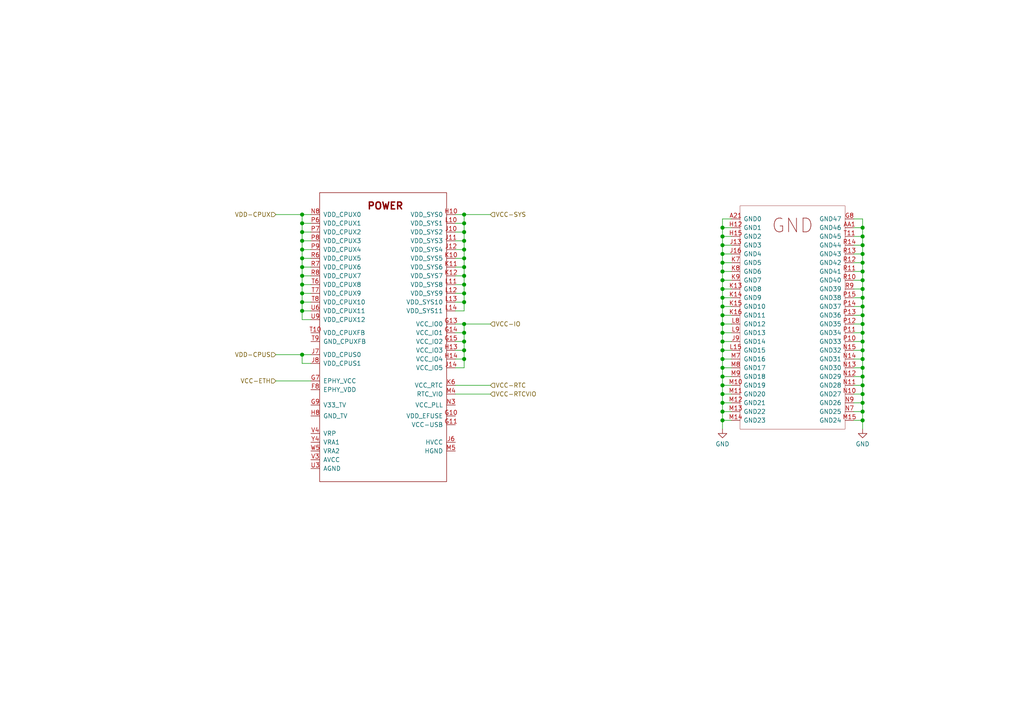
<source format=kicad_sch>
(kicad_sch (version 20210406) (generator eeschema)
  (paper "A4")
  (lib_symbols
    (symbol "h3:h3" (pin_names (offset 1.016))
      (symbol "h3_1_0"
        (rectangle (start -19.05 77.47) (end 16.51 -62.23))
      )
      (symbol "h3_1_1"
        (text "DRAM" (at 0 71.12 0) (effects (font (size 2.9972 2.9972) bold)))
        (pin input line (at -21.59 10.16 0) (length 2.54) (name "SDQ25") (number "AA11"))
        (pin input line (at -21.59 -41.91 0) (length 2.54) (name "SDQM3") (number "AA12"))
        (pin input line (at -21.59 20.32 0) (length 2.54) (name "SDQ21") (number "AA14"))
        (pin input line (at -21.59 -20.32 0) (length 2.54) (name "SDQS2") (number "AA15"))
        (pin input line (at -21.59 30.48 0) (length 2.54) (name "SDQ17") (number "AA17"))
        (pin input line (at -21.59 -39.37 0) (length 2.54) (name "SDQM2") (number "AA18"))
        (pin input line (at 19.05 -20.32 180) (length 2.54) (name "SCK") (number "AA19"))
        (pin input line (at 19.05 -22.86 180) (length 2.54) (name "SCKB") (number "AA20"))
        (pin input line (at 19.05 5.08 180) (length 2.54) (name "SCKE0") (number "AA21"))
        (pin input line (at -21.59 0 0) (length 2.54) (name "SDQ29") (number "AA8"))
        (pin input line (at -21.59 -25.4 0) (length 2.54) (name "SDQS3") (number "AA9"))
        (pin input line (at -21.59 -36.83 0) (length 2.54) (name "SDQM1") (number "G20"))
        (pin input line (at -21.59 50.8 0) (length 2.54) (name "SDQ9") (number "H20"))
        (pin input line (at -21.59 48.26 0) (length 2.54) (name "SDQ10") (number "H21"))
        (pin input line (at -21.59 53.34 0) (length 2.54) (name "SDQ8") (number "J19"))
        (pin input line (at -21.59 -17.78 0) (length 2.54) (name "SDQS1B") (number "J20"))
        (pin input line (at -21.59 45.72 0) (length 2.54) (name "SDQ11") (number "J21"))
        (pin input line (at -21.59 -15.24 0) (length 2.54) (name "SDQS1") (number "K20"))
        (pin input line (at 19.05 -33.02 180) (length 2.54) (name "VCC-DRAM0") (number "L16"))
        (pin input line (at -21.59 43.18 0) (length 2.54) (name "SDQ12") (number "L20"))
        (pin input line (at -21.59 40.64 0) (length 2.54) (name "SDQ13") (number "L21"))
        (pin input line (at 19.05 -35.56 180) (length 2.54) (name "VCC-DRAM1") (number "M16"))
        (pin input line (at -21.59 35.56 0) (length 2.54) (name "SDQ15") (number "M19"))
        (pin input line (at -21.59 -34.29 0) (length 2.54) (name "SDQM0") (number "M20"))
        (pin input line (at -21.59 38.1 0) (length 2.54) (name "SDQ14") (number "M21"))
        (pin input line (at 19.05 -38.1 180) (length 2.54) (name "VCC-DRAM2") (number "N16"))
        (pin input line (at 19.05 38.1 180) (length 2.54) (name "SA14") (number "N17"))
        (pin input line (at 19.05 45.72 180) (length 2.54) (name "SA11") (number "N19"))
        (pin input line (at -21.59 73.66 0) (length 2.54) (name "SDQ0") (number "N20"))
        (pin input line (at 19.05 -40.64 180) (length 2.54) (name "VCC-DRAM3") (number "P16"))
        (pin input line (at 19.05 -43.18 180) (length 2.54) (name "VCC-DRAM4") (number "P17"))
        (pin input line (at 19.05 48.26 180) (length 2.54) (name "SA10") (number "P19"))
        (pin input line (at -21.59 68.58 0) (length 2.54) (name "SDQ2") (number "P20"))
        (pin input line (at -21.59 71.12 0) (length 2.54) (name "SDQ1") (number "P21"))
        (pin input line (at 19.05 -45.72 180) (length 2.54) (name "VCC-DRAM5") (number "R16"))
        (pin input line (at 19.05 35.56 180) (length 2.54) (name "SA15") (number "R17"))
        (pin input line (at 19.05 43.18 180) (length 2.54) (name "SA12") (number "R18"))
        (pin input line (at -21.59 63.5 0) (length 2.54) (name "SDQ4") (number "R19"))
        (pin input line (at -21.59 -10.16 0) (length 2.54) (name "SDQS0") (number "R20"))
        (pin input line (at -21.59 -12.7 0) (length 2.54) (name "SDQS0B") (number "R21"))
        (pin input line (at 19.05 -48.26 180) (length 2.54) (name "VCC-DRAM6") (number "T12"))
        (pin input line (at 19.05 -50.8 180) (length 2.54) (name "VCC-DRAM7") (number "T13"))
        (pin input line (at 19.05 -53.34 180) (length 2.54) (name "VCC-DRAM8") (number "T14"))
        (pin input line (at 19.05 -55.88 180) (length 2.54) (name "VCC-DRAM9") (number "T15"))
        (pin input line (at 19.05 -27.94 180) (length 2.54) (name "SVREF") (number "T16"))
        (pin input line (at 19.05 73.66 180) (length 2.54) (name "SA0") (number "T17"))
        (pin input line (at 19.05 26.67 180) (length 2.54) (name "SBA1") (number "T18"))
        (pin input line (at -21.59 60.96 0) (length 2.54) (name "SDQ5") (number "T20"))
        (pin input line (at 19.05 -58.42 180) (length 2.54) (name "VCC-DRAM10") (number "U11"))
        (pin input line (at 19.05 15.24 180) (length 2.54) (name "SCAS") (number "U15"))
        (pin input line (at 19.05 10.16 180) (length 2.54) (name "SRST") (number "U16"))
        (pin input line (at 19.05 71.12 180) (length 2.54) (name "SA1") (number "U18"))
        (pin input line (at -21.59 58.42 0) (length 2.54) (name "SDQ6") (number "U19"))
        (pin input line (at -21.59 55.88 0) (length 2.54) (name "SDQ7") (number "U20"))
        (pin input line (at -21.59 66.04 0) (length 2.54) (name "SDQ3") (number "U21"))
        (pin input line (at -21.59 -48.26 0) (length 2.54) (name "SZQ") (number "V10"))
        (pin input line (at 19.05 -13.97 180) (length 2.54) (name "SODT1") (number "V11"))
        (pin input line (at 19.05 40.64 180) (length 2.54) (name "SA13") (number "V12"))
        (pin input line (at 19.05 17.78 180) (length 2.54) (name "SRAS") (number "V13"))
        (pin input line (at 19.05 55.88 180) (length 2.54) (name "SA7") (number "V15"))
        (pin input line (at 19.05 24.13 180) (length 2.54) (name "SBA2") (number "V17"))
        (pin input line (at 19.05 68.58 180) (length 2.54) (name "SA2") (number "V19"))
        (pin input line (at 19.05 66.04 180) (length 2.54) (name "SA3") (number "V20"))
        (pin input line (at 19.05 63.5 180) (length 2.54) (name "SA4") (number "V21"))
        (pin input line (at 19.05 -11.43 180) (length 2.54) (name "SODT0") (number "W11"))
        (pin input line (at -21.59 12.7 0) (length 2.54) (name "SDQ24") (number "W12"))
        (pin input line (at 19.05 12.7 180) (length 2.54) (name "SWE") (number "W13"))
        (pin input line (at -21.59 25.4 0) (length 2.54) (name "SDQ19") (number "W15"))
        (pin input line (at 19.05 29.21 180) (length 2.54) (name "SBA0") (number "W17"))
        (pin input line (at 19.05 53.34 180) (length 2.54) (name "SA8") (number "W18"))
        (pin input line (at 19.05 -2.54 180) (length 2.54) (name "SCS0") (number "W20"))
        (pin input line (at 19.05 -5.08 180) (length 2.54) (name "SCS1") (number "W21"))
        (pin input line (at -21.59 2.54 0) (length 2.54) (name "SDQ28") (number "W9"))
        (pin input line (at -21.59 5.08 0) (length 2.54) (name "SDQ27") (number "Y10"))
        (pin input line (at -21.59 7.62 0) (length 2.54) (name "SDQ26") (number "Y11"))
        (pin input line (at -21.59 15.24 0) (length 2.54) (name "SDQ23") (number "Y12"))
        (pin input line (at -21.59 17.78 0) (length 2.54) (name "SDQ22") (number "Y13"))
        (pin input line (at -21.59 22.86 0) (length 2.54) (name "SDQ20") (number "Y14"))
        (pin input line (at -21.59 -22.86 0) (length 2.54) (name "SDQS2B") (number "Y15"))
        (pin input line (at -21.59 27.94 0) (length 2.54) (name "SDQ18") (number "Y16"))
        (pin input line (at -21.59 33.02 0) (length 2.54) (name "SDQ16") (number "Y17"))
        (pin input line (at 19.05 50.8 180) (length 2.54) (name "SA9") (number "Y18"))
        (pin input line (at 19.05 60.96 180) (length 2.54) (name "SA5") (number "Y19"))
        (pin input line (at 19.05 58.42 180) (length 2.54) (name "SA6") (number "Y20"))
        (pin input line (at 19.05 2.54 180) (length 2.54) (name "SCKE1") (number "Y21"))
        (pin input line (at -21.59 -5.08 0) (length 2.54) (name "SDQ31") (number "Y7"))
        (pin input line (at -21.59 -2.54 0) (length 2.54) (name "SDQ30") (number "Y8"))
        (pin input line (at -21.59 -27.94 0) (length 2.54) (name "SDQS3B") (number "Y9"))
      )
      (symbol "h3_2_1"
        (text "GPIO" (at 0 71.12 0) (effects (font (size 4 4) bold)))
        (rectangle (start -50.8 80.01) (end 49.53 -72.39) (stroke (width 0.0006)))
        (polyline (pts (xy -8.255 19.685) (xy -8.255 -25.4) (xy -50.165 -25.4)) (stroke (width 0.0006)))
        (polyline (pts (xy -50.8 77.47) (xy -8.255 77.47) (xy -8.255 19.685) (xy -50.8 19.685)) (stroke (width 0.0006)))
        (polyline (pts (xy -8.255 -25.4) (xy -1.27 -25.4) (xy -1.27 -71.755) (xy -1.27 -72.39)) (stroke (width 0.0006)))
        (polyline (pts (xy 49.53 -36.83) (xy 16.51 -36.83) (xy 16.51 -71.12) (xy 49.53 -71.12)) (stroke (width 0.0006)))
        (polyline (pts (xy 49.53 5.715) (xy 16.51 5.715) (xy 16.51 -31.75) (xy 49.53 -31.75)) (stroke (width 0.0006)))
        (polyline (pts (xy 49.53 29.21) (xy 16.51 29.21) (xy 16.51 8.89) (xy 49.53 8.89)) (stroke (width 0.0006)))
        (polyline (pts (xy 49.53 78.105) (xy 16.51 78.105) (xy 16.51 35.56) (xy 49.53 35.56)) (stroke (width 0.0006)))
        (pin input line (at 52.07 72.39 180) (length 2.54) (name "PE1/CSI_MCLK/TS_ERR") (number "A10"))
        (pin input line (at 52.07 46.99 180) (length 2.54) (name "PE11/CSI_D7/TS_D7") (number "A11"))
        (pin input line (at -53.34 24.13 0) (length 2.54) (name "PA20/PCM0_DOUT/SIM_VPPEN/PA_EINT20") (number "A13"))
        (pin input line (at -53.34 21.59 0) (length 2.54) (name "PA21/PCM0_DIN/SIM_VPPPP/PA_EINT21") (number "A14"))
        (pin input line (at -53.34 0 0) (length 2.54) (name "PC7/NAND_RB1") (number "A16"))
        (pin input line (at -53.34 5.08 0) (length 2.54) (name "PC5/NAND_RE/SDC2_CLK") (number "A17"))
        (pin input line (at 52.07 23.495 180) (length 2.54) (name "PF1/SDC0_D0/JTAG_DI0") (number "A19"))
        (pin input line (at -53.34 -38.1 0) (length 2.54) (name "PD4/RGMII_RXCK/MII_RXCK/RMII_NULL") (number "A20"))
        (pin input line (at 52.07 -29.21 180) (length 2.54) (name "PG13/PCM1_DIN/PG_EINT13") (number "B1"))
        (pin input line (at 52.07 74.93 180) (length 2.54) (name "PE0/CSI_PCLK/TS_CLK") (number "B10"))
        (pin input line (at 52.07 69.85 180) (length 2.54) (name "PE2/CSI_HSYNC/TS_SYNC") (number "B11"))
        (pin input line (at 52.07 44.45 180) (length 2.54) (name "PE12/CSI_SCK/TWI2_SCK") (number "B12"))
        (pin input line (at -53.34 29.21 0) (length 2.54) (name "PA18/PCM0_SYNC/TWI1_SCK/PA_EINT18") (number "B13"))
        (pin input line (at -53.34 26.67 0) (length 2.54) (name "PA19/PCM0_CLK/TWI1_SDA/PA_EINT19") (number "B14"))
        (pin input line (at -53.34 10.16 0) (length 2.54) (name "PC3/NAND_CE1/SPI0_CS\n") (number "B15"))
        (pin input line (at -53.34 12.7 0) (length 2.54) (name "PC2/NAND_CLE/SPI0_CLK") (number "B16"))
        (pin input line (at -53.34 -12.7 0) (length 2.54) (name "PC12/NAND_DQ4/SDC2_D4") (number "B17"))
        (pin input line (at -53.34 -2.54 0) (length 2.54) (name "PC8/NAND_DQ0/SDC2_D0") (number "B18"))
        (pin input line (at -53.34 -15.24 0) (length 2.54) (name "PC13/NAND_DQ5/SDC2_D5") (number "B19"))
        (pin input line (at -53.34 -33.02 0) (length 2.54) (name "PD2/RGMII_RXD1/MII_RXD1/RMII_RXD1") (number "B20"))
        (pin input line (at -53.34 -43.18 0) (length 2.54) (name "PD6/RGMII_NULL/MII_RXERR/RMII_RXER") (number "B21"))
        (pin input line (at 52.07 -8.89 180) (length 2.54) (name "PG5/SDC1_D3/PG_EINT5") (number "C1"))
        (pin input line (at 52.07 67.31 180) (length 2.54) (name "PE3/CSI_VSYNC/TS_DVLD") (number "C10"))
        (pin input line (at 52.07 54.61 180) (length 2.54) (name "PE8/CSI_D4/TS_D4") (number "C11"))
        (pin input line (at 52.07 52.07 180) (length 2.54) (name "PE9/CSI_D5/TS_D5") (number "C12"))
        (pin input line (at -53.34 44.45 0) (length 2.54) (name "PA12/TWI0_SDA/DI_RX/PA_EINT12") (number "C13"))
        (pin input line (at -53.34 31.75 0) (length 2.54) (name "PA17/SPDIF_OUT/PA_EINT17") (number "C14"))
        (pin input line (at -53.34 17.78 0) (length 2.54) (name "PC0/NAND_WE/SPI0_MOSI") (number "C15"))
        (pin input line (at -53.34 15.24 0) (length 2.54) (name "PC1/NAND_ALE/SPI0_MISO") (number "C16"))
        (pin input line (at -53.34 -5.08 0) (length 2.54) (name "PC9/NAND_DQ1/SDC2_D1") (number "C17"))
        (pin input line (at -53.34 -10.16 0) (length 2.54) (name "PC11/NAND_DQ3/SDC2_D3") (number "C18"))
        (pin input line (at -53.34 -20.32 0) (length 2.54) (name "PC15/NAND_DQ7/SDC2_D7") (number "C19"))
        (pin input line (at 52.07 -6.35 180) (length 2.54) (name "PG4/SDC1_D2/PG_EINT4") (number "C2"))
        (pin input line (at 52.07 13.335 180) (length 2.54) (name "PF5/SDC0_D2/JTAG_CK0") (number "C20"))
        (pin input line (at -53.34 -27.94 0) (length 2.54) (name "PD0/RGMII_RXD3/MII_RXD3/RMII_NULL/DI_TX") (number "C21"))
        (pin input line (at 52.07 -16.51 180) (length 2.54) (name "PG8/UART1_RTS/PG_EINT8") (number "C3"))
        (pin input line (at 52.07 36.83 180) (length 2.54) (name "PE15") (number "C5"))
        (pin input line (at 52.07 39.37 180) (length 2.54) (name "PE14") (number "C6"))
        (pin input line (at 52.07 41.91 180) (length 2.54) (name "PE13/CSI_SDA/TWI2_SDA") (number "C7"))
        (pin input line (at 52.07 57.15 180) (length 2.54) (name "PE7/CSI_D3/TS_D3") (number "C8"))
        (pin input line (at 52.07 64.77 180) (length 2.54) (name "PE4/CSI_D0/TS_D0") (number "C9"))
        (pin input line (at 52.07 -26.67 180) (length 2.54) (name "PG12/PCM1_DOUTPG_EINT12") (number "D1"))
        (pin input line (at 52.07 59.69 180) (length 2.54) (name "PE6/CSI_D2/TS_D2") (number "D10"))
        (pin input line (at -53.34 74.93 0) (length 2.54) (name "PA0/UART2_TX/JTAG_MS0/PA_EINT0") (number "D11"))
        (pin input line (at -53.34 52.07 0) (length 2.54) (name "PA9/SIM_RST/PA_EINT9") (number "D13"))
        (pin input line (at -53.34 34.29 0) (length 2.54) (name "PA16/SPI1_MISO/UART3_CTS/PA_EINT16") (number "D15"))
        (pin input line (at -53.34 -7.62 0) (length 2.54) (name "PC10/NAND_DQ2/SDC2_D2_") (number "D17"))
        (pin input line (at 52.07 26.035 180) (length 2.54) (name "PF0/SDC0_D1/JTAG_MS0") (number "D19"))
        (pin input line (at 52.07 -24.13 180) (length 2.54) (name "PG11/PCM1_CLK/PG_EINT11") (number "D2"))
        (pin input line (at 52.07 20.955 180) (length 2.54) (name "PF2/SDC0_CLK/UART0_TX") (number "D20"))
        (pin input line (at 52.07 -13.97 180) (length 2.54) (name "PG7/UART1_RX/PG_EINT7") (number "D3"))
        (pin input line (at -53.34 72.39 0) (length 2.54) (name "PA1/UART2_RX/JTAG_CK0/PA_EINT1") (number "D5"))
        (pin input line (at -53.34 69.85 0) (length 2.54) (name "PA2/UART2_RTS/JTAG_DO0/PA_EINT2") (number "D6"))
        (pin input line (at -53.34 57.15 0) (length 2.54) (name "PA7/SIM_CLK/PA_EINT7") (number "D8"))
        (pin input line (at 52.07 62.23 180) (length 2.54) (name "PE5/CSI_D1/TS_D1") (number "E10"))
        (pin input line (at -53.34 49.53 0) (length 2.54) (name "PA10/SIM_DET/PA_EINT10") (number "E11"))
        (pin input line (at -53.34 67.31 0) (length 2.54) (name "PA3/UART2_CTS/JTAG_DI0/PA_EINT3") (number "E13"))
        (pin input line (at -53.34 59.69 0) (length 2.54) (name "PA6/SIM_PWREN/PWM1/PA_EINT6") (number "E14"))
        (pin input line (at -53.34 41.91 0) (length 2.54) (name "PA13/SPI1_CS/UART3_TX/PA_EINT13") (number "E15"))
        (pin input line (at -53.34 2.54 0) (length 2.54) (name "PC6/NAND_RB0/SDC2_CMD") (number "E16"))
        (pin input line (at -53.34 -45.72 0) (length 2.54) (name "PD7/RGMII_TXD3/MII_TXD3/RMII_NULL") (number "E18"))
        (pin input line (at -53.34 -58.42 0) (length 2.54) (name "PD12/RGMII_TXCK/MII_TXCK/RMII_TXCK") (number "E19"))
        (pin input line (at -53.34 -48.26 0) (length 2.54) (name "PD8/RGMII_TXD2/MII_TXD2/RMII_NULL") (number "E20"))
        (pin input line (at 52.07 15.875 180) (length 2.54) (name "PF4/SDC0_D3/UART0_RX") (number "E21"))
        (pin input line (at 52.07 -19.05 180) (length 2.54) (name "PG9/UART1_CTS/PG_EINT9\n") (number "E3"))
        (pin input line (at 52.07 49.53 180) (length 2.54) (name "PE10/CSI_D6/TS_D6") (number "E8"))
        (pin input line (at -53.34 46.99 0) (length 2.54) (name "PA11/TWI0_SCK/DI_TX/PA_EINT11") (number "F11"))
        (pin input line (at -53.34 54.61 0) (length 2.54) (name "PA8/SIM_DATA/PA_EINT8") (number "F13"))
        (pin input line (at -53.34 36.83 0) (length 2.54) (name "PA15/SPI1_MOSI/UART3_RTS/PA_EINT15") (number "F14"))
        (pin input line (at -53.34 7.62 0) (length 2.54) (name "PC4/NAND_CE0") (number "F16"))
        (pin input line (at -53.34 -17.78 0) (length 2.54) (name "PC14/NAND_DQ6/SDC2_D6") (number "F17"))
        (pin input line (at 52.07 18.415 180) (length 2.54) (name "PF3/SDC0_CMD/JTAG_DO0") (number "F18"))
        (pin input line (at -53.34 -40.64 0) (length 2.54) (name "PD5/RGMII_RXCTL/MII_RXDV/RMII_CRS_D") (number "F19"))
        (pin input line (at -53.34 -55.88 0) (length 2.54) (name "PD11/RGMII_NULL/MII_CRS/RMII_NULL") (number "F20"))
        (pin input line (at -53.34 -50.8 0) (length 2.54) (name "PD9/RGMII_TXD1/MII_TXD1/RMII_TXD1") (number "F21"))
        (pin input line (at 52.07 -3.81 180) (length 2.54) (name "PG3/SDC1_D1/PG_EINT3") (number "F3"))
        (pin input line (at -53.34 64.77 0) (length 2.54) (name "PA4/UART0_TX/PA_EINT4") (number "F5"))
        (pin input line (at -53.34 39.37 0) (length 2.54) (name "PA14/SPI1_CLK/UART3_RX/PA_EINT14") (number "G12"))
        (pin input line (at 52.07 10.795 180) (length 2.54) (name "PF6") (number "G18"))
        (pin input line (at 52.07 -11.43 180) (length 2.54) (name "PG6/UART1_TX/PG_EINT6") (number "G4"))
        (pin input line (at -53.34 -22.86 0) (length 2.54) (name "PC16/NAND_DQS/SDC2_RST") (number "H16"))
        (pin input line (at -53.34 -30.48 0) (length 2.54) (name "PD1/RGMII_RXD2/MII_RXD2/RMII_NULL/DI_RX\n") (number "H17"))
        (pin input line (at -53.34 -35.56 0) (length 2.54) (name "PD3/RGMII_RXD0/MII_RXD0/RMII_RXD0") (number "H18"))
        (pin input line (at -53.34 -53.34 0) (length 2.54) (name "PD10/RGMII_TXD0/MII_TXD0/RMII_TXD0") (number "H19"))
        (pin input line (at 52.07 -1.27 180) (length 2.54) (name "PG2/SDC1_D0/PG_EINT2") (number "H4"))
        (pin input line (at -53.34 62.23 0) (length 2.54) (name "PA5/UART0_RX/PWM0/PA_EINT5") (number "H6"))
        (pin input line (at 52.07 3.81 180) (length 2.54) (name "PG0/SDC1_CLK/PG_EINT0") (number "J3"))
        (pin input line (at -53.34 -60.96 0) (length 2.54) (name "PD13/RGMII_TXCTL/MII_TXEN/RMII_TXEN") (number "K17"))
        (pin input line (at -53.34 -66.04 0) (length 2.54) (name "PD15/RGMII_CLKIN/MII_COL/RMII_NULL") (number "K18"))
        (pin input line (at -53.34 -63.5 0) (length 2.54) (name "PD14/RGMII_NULL/MII_TXERR/RMII_NULL") (number "L17"))
        (pin input line (at -53.34 -68.58 0) (length 2.54) (name "PD16/MDC") (number "L18"))
        (pin input line (at -53.34 -71.12 0) (length 2.54) (name "PD17/MDIO") (number "L19"))
        (pin input line (at 52.07 1.27 180) (length 2.54) (name "PG1/SDC1_CMD/PG_EINT1") (number "L2"))
        (pin input line (at 52.07 -43.18 180) (length 2.54) (name "PL1/S_TWI_SDA/S_PL_EINT1") (number "M1"))
        (pin input line (at 52.07 -21.59 180) (length 2.54) (name "PG10/PCM1_SYNC/PG_EINT10") (number "M3"))
        (pin input line (at 52.07 -63.5 180) (length 2.54) (name "PL9/S_PL_EINT9") (number "M6"))
        (pin input line (at 52.07 -40.64 180) (length 2.54) (name "PL0/S_TWI_SCK/S_PL_EINT0") (number "N1"))
        (pin input line (at 52.07 -50.8 180) (length 2.54) (name "PL4/S_JTAG_MS/S_PL_EINT4") (number "N2"))
        (pin input line (at 52.07 -45.72 180) (length 2.54) (name "PL2/S_UART_TX/S_PL_EINT2") (number "P2"))
        (pin input line (at 52.07 -48.26 180) (length 2.54) (name "PL3/S_UART_RX/S_PL_EINT3") (number "R1"))
        (pin input line (at 52.07 -53.34 180) (length 2.54) (name "PL5/S_JTAG_CK/S_PL_EINT5") (number "R2"))
        (pin input line (at 52.07 -60.96 180) (length 2.54) (name "PL8/S_PL_EINT8") (number "T2"))
        (pin input line (at 52.07 -58.42 180) (length 2.54) (name "PL7/S_JTAG_DI/S_PL_EINT7") (number "T3"))
        (pin input line (at 52.07 -55.88 180) (length 2.54) (name "PL6/S_JTAG_DO/S_PL_EINT6") (number "T4"))
        (pin input line (at 52.07 -68.58 180) (length 2.54) (name "PL11/S_CIR_RX/S_PL_EINT11") (number "U2"))
        (pin input line (at 52.07 -66.04 180) (length 2.54) (name "PL10/S_PWM/S_PL_EINT10") (number "V2"))
      )
      (symbol "h3_3_1"
        (text "media" (at 0 26.67 0) (effects (font (size 2 2))))
        (rectangle (start -15.24 30.48) (end 15.24 -21.59) (stroke (width 0.1524)))
        (pin input line (at -17.78 -5.08 0) (length 2.54) (name "EPHY_LINK_LED") (number "A2"))
        (pin input line (at -17.78 -10.16 0) (length 2.54) (name "EPHY_TXN") (number "A3"))
        (pin input line (at -17.78 -15.24 0) (length 2.54) (name "EPHY_RXN") (number "A4"))
        (pin input line (at -17.78 12.7 0) (length 2.54) (name "MICIN2N") (number "AA2"))
        (pin input line (at -17.78 7.62 0) (length 2.54) (name "LINEOUTL") (number "AA3"))
        (pin input line (at -17.78 -12.7 0) (length 2.54) (name "EPHY_TXP") (number "B3"))
        (pin input line (at -17.78 -17.78 0) (length 2.54) (name "EPHY_RXP") (number "B4"))
        (pin input line (at 17.78 5.08 180) (length 2.54) (name "HTXCN\n") (number "E2"))
        (pin input line (at 17.78 20.32 180) (length 2.54) (name "HTX0N") (number "F1"))
        (pin input line (at 17.78 -17.78 180) (length 2.54) (name "TVOUT") (number "F10"))
        (pin input line (at 17.78 7.62 180) (length 2.54) (name "HTXCP") (number "F2"))
        (pin input line (at -17.78 -7.62 0) (length 2.54) (name "EPHY_RTX") (number "F6"))
        (pin input line (at -17.78 -2.54 0) (length 2.54) (name "EPHY_SPD_LED") (number "F7"))
        (pin input line (at 17.78 22.86 180) (length 2.54) (name "HTX0P") (number "G1"))
        (pin input line (at 17.78 15.24 180) (length 2.54) (name "HTX1N") (number "G2"))
        (pin input line (at 17.78 0 180) (length 2.54) (name "HCEC") (number "G5"))
        (pin input line (at 17.78 17.78 180) (length 2.54) (name "HTX1P") (number "H2"))
        (pin input line (at 17.78 -5.08 180) (length 2.54) (name "HSCL") (number "H3"))
        (pin input line (at 17.78 12.7 180) (length 2.54) (name "HTX2P") (number "J1"))
        (pin input line (at 17.78 10.16 180) (length 2.54) (name "HTX2N") (number "J2"))
        (pin input line (at 17.78 -2.54 180) (length 2.54) (name "HSDA") (number "K3"))
        (pin input line (at 17.78 2.54 180) (length 2.54) (name "HHPD") (number "M2"))
        (pin input line (at -17.78 5.08 0) (length 2.54) (name "LINEINL") (number "V1"))
        (pin input line (at -17.78 2.54 0) (length 2.54) (name "LINEINR") (number "W1"))
        (pin input line (at -17.78 20.32 0) (length 2.54) (name "MICIN1P") (number "W2"))
        (pin input line (at -17.78 22.86 0) (length 2.54) (name "MBIAS") (number "W3"))
        (pin input line (at -17.78 17.78 0) (length 2.54) (name "MICIN1N") (number "Y1"))
        (pin input line (at -17.78 15.24 0) (length 2.54) (name "MICIN2P") (number "Y2"))
        (pin input line (at -17.78 10.16 0) (length 2.54) (name "LINEOUTR") (number "Y3"))
      )
      (symbol "h3_4_1"
        (text "POWER" (at 0 33.02 0) (effects (font (size 2 2) bold)))
        (rectangle (start -19.05 36.83) (end 17.78 -46.99) (stroke (width 0.1524)))
        (pin input line (at -21.59 -20.32 0) (length 2.54) (name "EPHY_VDD") (number "F8"))
        (pin input line (at 20.32 -27.94 180) (length 2.54) (name "VDD_EFUSE") (number "G10"))
        (pin input line (at 20.32 -30.48 180) (length 2.54) (name "VCC-USB") (number "G11"))
        (pin input line (at 20.32 -1.27 180) (length 2.54) (name "VCC_IO0") (number "G13"))
        (pin input line (at 20.32 -3.81 180) (length 2.54) (name "VCC_IO1") (number "G14"))
        (pin input line (at 20.32 -6.35 180) (length 2.54) (name "VCC_IO2") (number "G15"))
        (pin input line (at -21.59 -17.78 0) (length 2.54) (name "EPHY_VCC") (number "G7"))
        (pin input line (at -21.59 -24.765 0) (length 2.54) (name "V33_TV") (number "G9"))
        (pin input line (at 20.32 30.48 180) (length 2.54) (name "VDD_SYS0") (number "H10"))
        (pin input line (at 20.32 -8.89 180) (length 2.54) (name "VCC_IO3") (number "H13"))
        (pin input line (at 20.32 -11.43 180) (length 2.54) (name "VCC_IO4") (number "H14"))
        (pin input line (at -21.59 -27.94 0) (length 2.54) (name "GND_TV") (number "H8"))
        (pin input line (at 20.32 25.4 180) (length 2.54) (name "VDD_SYS2") (number "J10"))
        (pin input line (at 20.32 22.86 180) (length 2.54) (name "VDD_SYS3") (number "J11"))
        (pin input line (at 20.32 20.32 180) (length 2.54) (name "VDD_SYS4") (number "J12"))
        (pin input line (at 20.32 -13.97 180) (length 2.54) (name "VCC_IO5") (number "J14"))
        (pin input line (at 20.32 -35.56 180) (length 2.54) (name "HVCC") (number "J6"))
        (pin input line (at -21.59 -10.16 0) (length 2.54) (name "VDD_CPUS0") (number "J7"))
        (pin input line (at -21.59 -12.7 0) (length 2.54) (name "VDD_CPUS1") (number "J8"))
        (pin input line (at 20.32 17.78 180) (length 2.54) (name "VDD_SYS5") (number "K10"))
        (pin input line (at 20.32 15.24 180) (length 2.54) (name "VDD_SYS6") (number "K11"))
        (pin input line (at 20.32 12.7 180) (length 2.54) (name "VDD_SYS7") (number "K12"))
        (pin input line (at 20.32 -19.05 180) (length 2.54) (name "VCC_RTC") (number "K6"))
        (pin input line (at 20.32 27.94 180) (length 2.54) (name "VDD_SYS1") (number "L10"))
        (pin input line (at 20.32 10.16 180) (length 2.54) (name "VDD_SYS8") (number "L11"))
        (pin input line (at 20.32 7.62 180) (length 2.54) (name "VDD_SYS9") (number "L12"))
        (pin input line (at 20.32 5.08 180) (length 2.54) (name "VDD_SYS10") (number "L13"))
        (pin input line (at 20.32 2.54 180) (length 2.54) (name "VDD_SYS11") (number "L14"))
        (pin input line (at 20.32 -21.59 180) (length 2.54) (name "RTC_VIO") (number "M4"))
        (pin input line (at 20.32 -38.1 180) (length 2.54) (name "HGND") (number "M5"))
        (pin input line (at 20.32 -24.765 180) (length 2.54) (name "VCC_PLL") (number "N3"))
        (pin input line (at -21.59 30.48 0) (length 2.54) (name "VDD_CPUX0") (number "N8"))
        (pin input line (at -21.59 27.94 0) (length 2.54) (name "VDD_CPUX1") (number "P6"))
        (pin input line (at -21.59 25.4 0) (length 2.54) (name "VDD_CPUX2") (number "P7"))
        (pin input line (at -21.59 22.86 0) (length 2.54) (name "VDD_CPUX3") (number "P8"))
        (pin input line (at -21.59 20.32 0) (length 2.54) (name "VDD_CPUX4") (number "P9"))
        (pin input line (at -21.59 17.78 0) (length 2.54) (name "VDD_CPUX5") (number "R6"))
        (pin input line (at -21.59 15.24 0) (length 2.54) (name "VDD_CPUX6") (number "R7"))
        (pin input line (at -21.59 12.7 0) (length 2.54) (name "VDD_CPUX7") (number "R8"))
        (pin input line (at -21.59 -3.81 0) (length 2.54) (name "VDD_CPUXFB") (number "T10"))
        (pin input line (at -21.59 10.16 0) (length 2.54) (name "VDD_CPUX8") (number "T6"))
        (pin input line (at -21.59 7.62 0) (length 2.54) (name "VDD_CPUX9") (number "T7"))
        (pin input line (at -21.59 5.08 0) (length 2.54) (name "VDD_CPUX10") (number "T8"))
        (pin input line (at -21.59 -6.35 0) (length 2.54) (name "GND_CPUXFB") (number "T9"))
        (pin input line (at -21.59 -43.18 0) (length 2.54) (name "AGND") (number "U3"))
        (pin input line (at -21.59 2.54 0) (length 2.54) (name "VDD_CPUX11") (number "U6"))
        (pin input line (at -21.59 0 0) (length 2.54) (name "VDD_CPUX12") (number "U9"))
        (pin input line (at -21.59 -40.64 0) (length 2.54) (name "AVCC") (number "V3"))
        (pin input line (at -21.59 -33.02 0) (length 2.54) (name "VRP") (number "V4"))
        (pin input line (at -21.59 -38.1 0) (length 2.54) (name "VRA2") (number "W5"))
        (pin input line (at -21.59 -35.56 0) (length 2.54) (name "VRA1") (number "Y4"))
      )
      (symbol "h3_5_1"
        (text "GND" (at 0 27.305 0) (effects (font (size 4 4))))
        (rectangle (start -15.24 33.02) (end 15.24 -31.75) (stroke (width 0.0006)))
        (pin input line (at -17.78 29.21 0) (length 2.54) (name "GND0") (number "A21"))
        (pin input line (at 17.78 26.67 180) (length 2.54) (name "GND46") (number "AA1"))
        (pin input line (at 17.78 29.21 180) (length 2.54) (name "GND47") (number "G8"))
        (pin input line (at -17.78 26.67 0) (length 2.54) (name "GND1") (number "H12"))
        (pin input line (at -17.78 24.13 0) (length 2.54) (name "GND2") (number "H15"))
        (pin input line (at -17.78 21.59 0) (length 2.54) (name "GND3") (number "J13"))
        (pin input line (at -17.78 19.05 0) (length 2.54) (name "GND4") (number "J16"))
        (pin input line (at -17.78 -6.35 0) (length 2.54) (name "GND14") (number "J9"))
        (pin input line (at -17.78 8.89 0) (length 2.54) (name "GND8") (number "K13"))
        (pin input line (at -17.78 6.35 0) (length 2.54) (name "GND9") (number "K14"))
        (pin input line (at -17.78 3.81 0) (length 2.54) (name "GND10") (number "K15"))
        (pin input line (at -17.78 1.27 0) (length 2.54) (name "GND11") (number "K16"))
        (pin input line (at -17.78 16.51 0) (length 2.54) (name "GND5") (number "K7"))
        (pin input line (at -17.78 13.97 0) (length 2.54) (name "GND6") (number "K8"))
        (pin input line (at -17.78 11.43 0) (length 2.54) (name "GND7") (number "K9"))
        (pin input line (at -17.78 -8.89 0) (length 2.54) (name "GND15") (number "L15"))
        (pin input line (at -17.78 -1.27 0) (length 2.54) (name "GND12") (number "L8"))
        (pin input line (at -17.78 -3.81 0) (length 2.54) (name "GND13") (number "L9"))
        (pin input line (at -17.78 -19.05 0) (length 2.54) (name "GND19") (number "M10"))
        (pin input line (at -17.78 -21.59 0) (length 2.54) (name "GND20") (number "M11"))
        (pin input line (at -17.78 -24.13 0) (length 2.54) (name "GND21") (number "M12"))
        (pin input line (at -17.78 -26.67 0) (length 2.54) (name "GND22") (number "M13"))
        (pin input line (at -17.78 -29.21 0) (length 2.54) (name "GND23") (number "M14"))
        (pin input line (at 17.78 -29.21 180) (length 2.54) (name "GND24") (number "M15"))
        (pin input line (at -17.78 -11.43 0) (length 2.54) (name "GND16") (number "M7"))
        (pin input line (at -17.78 -13.97 0) (length 2.54) (name "GND17") (number "M8"))
        (pin input line (at -17.78 -16.51 0) (length 2.54) (name "GND18") (number "M9"))
        (pin input line (at 17.78 -21.59 180) (length 2.54) (name "GND27") (number "N10"))
        (pin input line (at 17.78 -19.05 180) (length 2.54) (name "GND28") (number "N11"))
        (pin input line (at 17.78 -16.51 180) (length 2.54) (name "GND29") (number "N12"))
        (pin input line (at 17.78 -13.97 180) (length 2.54) (name "GND30") (number "N13"))
        (pin input line (at 17.78 -11.43 180) (length 2.54) (name "GND31") (number "N14"))
        (pin input line (at 17.78 -8.89 180) (length 2.54) (name "GND32") (number "N15"))
        (pin input line (at 17.78 -26.67 180) (length 2.54) (name "GND25") (number "N7"))
        (pin input line (at 17.78 -24.13 180) (length 2.54) (name "GND26") (number "N9"))
        (pin input line (at 17.78 -6.35 180) (length 2.54) (name "GND33") (number "P10"))
        (pin input line (at 17.78 -3.81 180) (length 2.54) (name "GND34") (number "P11"))
        (pin input line (at 17.78 -1.27 180) (length 2.54) (name "GND35") (number "P12"))
        (pin input line (at 17.78 1.27 180) (length 2.54) (name "GND36") (number "P13"))
        (pin input line (at 17.78 3.81 180) (length 2.54) (name "GND37") (number "P14"))
        (pin input line (at 17.78 6.35 180) (length 2.54) (name "GND38") (number "P15"))
        (pin input line (at 17.78 11.43 180) (length 2.54) (name "GND40") (number "R10"))
        (pin input line (at 17.78 13.97 180) (length 2.54) (name "GND41") (number "R11"))
        (pin input line (at 17.78 16.51 180) (length 2.54) (name "GND42") (number "R12"))
        (pin input line (at 17.78 19.05 180) (length 2.54) (name "GND43") (number "R13"))
        (pin input line (at 17.78 21.59 180) (length 2.54) (name "GND44") (number "R14"))
        (pin input line (at 17.78 8.89 180) (length 2.54) (name "GND39") (number "R9"))
        (pin input line (at 17.78 24.13 180) (length 2.54) (name "GND45") (number "T11"))
      )
      (symbol "h3_6_1"
        (text "USB" (at 0 8.89 0) (effects (font (size 2 2) bold)))
        (rectangle (start -11.43 11.43) (end 11.43 -11.43) (stroke (width 0.1524)))
        (pin input line (at -13.97 0 0) (length 2.54) (name "USB0_DP") (number "A5"))
        (pin input line (at 13.97 0 180) (length 2.54) (name "USB2_DP") (number "A7"))
        (pin input line (at 13.97 2.54 180) (length 2.54) (name "USB2_DM") (number "A8"))
        (pin input line (at -13.97 2.54 0) (length 2.54) (name "USB0_DM") (number "B5"))
        (pin input line (at -13.97 -7.62 0) (length 2.54) (name "USB1_DP") (number "B6"))
        (pin input line (at -13.97 -5.08 0) (length 2.54) (name "USB1_DM") (number "B7"))
        (pin input line (at 13.97 -7.62 180) (length 2.54) (name "USB3_DP") (number "B8"))
        (pin input line (at 13.97 -5.08 180) (length 2.54) (name "USB3_DM") (number "B9"))
      )
      (symbol "h3_7_1"
        (text "SYS" (at 0 16.51 0) (effects (font (size 2 2) bold)))
        (rectangle (start -11.43 20.32) (end 11.43 -15.24) (stroke (width 0.1524)))
        (pin input line (at -13.97 11.43 0) (length 2.54) (name "JTAG_SEL0") (number "A1"))
        (pin input line (at 13.97 5.08 180) (length 2.54) (name "KEYADC") (number "AA5"))
        (pin input line (at 13.97 13.97 180) (length 2.54) (name "NMI") (number "AA6"))
        (pin input line (at -13.97 8.89 0) (length 2.54) (name "JTAG_SEL") (number "B2"))
        (pin input line (at -13.97 -2.54 0) (length 2.54) (name "24M_OUT") (number "K1"))
        (pin input line (at -13.97 0 0) (length 2.54) (name "24M_IN") (number "K2"))
        (pin input line (at 13.97 8.89 180) (length 2.54) (name "NC") (number "K4"))
        (pin input line (at -13.97 3.81 0) (length 2.54) (name "PLL_TEST") (number "L5"))
        (pin input line (at -13.97 -11.43 0) (length 2.54) (name "32K_FOUT") (number "P3"))
        (pin input line (at -13.97 6.35 0) (length 2.54) (name "TEST") (number "T5"))
        (pin input line (at -13.97 -8.89 0) (length 2.54) (name "32K_OUT") (number "U4"))
        (pin input line (at -13.97 -6.35 0) (length 2.54) (name "32K_IN") (number "V5"))
        (pin input line (at 13.97 11.43 180) (length 2.54) (name "RESET") (number "V6"))
        (pin input line (at -13.97 13.97 0) (length 2.54) (name "UBOOT") (number "W6"))
      )
    )
    (symbol "power:GND" (power) (pin_names (offset 0))
      (property "Value" "GND" (at 0 -3.81 0))
      (symbol "GND_0_1"
        (polyline (pts (xy 0 0) (xy 0 -1.27) (xy 1.27 -1.27) (xy 0 -2.54) (xy -1.27 -1.27) (xy 0 -1.27)))
      )
      (symbol "GND_1_1"
        (pin power_in line (at 0 0 270) (length 0) hide (name "GND") (number "1"))
      )
    )
  )
  (junction (at 87.63 62.23) (diameter 1.016))
  (junction (at 87.63 64.77) (diameter 1.016))
  (junction (at 87.63 67.31) (diameter 1.016))
  (junction (at 87.63 69.85) (diameter 1.016))
  (junction (at 87.63 72.39) (diameter 1.016))
  (junction (at 87.63 74.93) (diameter 1.016))
  (junction (at 87.63 77.47) (diameter 1.016))
  (junction (at 87.63 80.01) (diameter 1.016))
  (junction (at 87.63 82.55) (diameter 1.016))
  (junction (at 87.63 85.09) (diameter 1.016))
  (junction (at 87.63 87.63) (diameter 1.016))
  (junction (at 87.63 90.17) (diameter 1.016))
  (junction (at 87.63 102.87) (diameter 1.016))
  (junction (at 134.62 62.23) (diameter 1.016))
  (junction (at 134.62 64.77) (diameter 1.016))
  (junction (at 134.62 67.31) (diameter 1.016))
  (junction (at 134.62 69.85) (diameter 1.016))
  (junction (at 134.62 72.39) (diameter 1.016))
  (junction (at 134.62 74.93) (diameter 1.016))
  (junction (at 134.62 77.47) (diameter 1.016))
  (junction (at 134.62 80.01) (diameter 1.016))
  (junction (at 134.62 82.55) (diameter 1.016))
  (junction (at 134.62 85.09) (diameter 1.016))
  (junction (at 134.62 87.63) (diameter 1.016))
  (junction (at 134.62 93.98) (diameter 1.016))
  (junction (at 134.62 96.52) (diameter 1.016))
  (junction (at 134.62 99.06) (diameter 1.016))
  (junction (at 134.62 101.6) (diameter 1.016))
  (junction (at 134.62 104.14) (diameter 1.016))
  (junction (at 209.55 66.04) (diameter 1.016))
  (junction (at 209.55 68.58) (diameter 1.016))
  (junction (at 209.55 71.12) (diameter 1.016))
  (junction (at 209.55 73.66) (diameter 1.016))
  (junction (at 209.55 76.2) (diameter 1.016))
  (junction (at 209.55 78.74) (diameter 1.016))
  (junction (at 209.55 81.28) (diameter 1.016))
  (junction (at 209.55 83.82) (diameter 1.016))
  (junction (at 209.55 86.36) (diameter 1.016))
  (junction (at 209.55 88.9) (diameter 1.016))
  (junction (at 209.55 91.44) (diameter 1.016))
  (junction (at 209.55 93.98) (diameter 1.016))
  (junction (at 209.55 96.52) (diameter 1.016))
  (junction (at 209.55 99.06) (diameter 1.016))
  (junction (at 209.55 101.6) (diameter 1.016))
  (junction (at 209.55 104.14) (diameter 1.016))
  (junction (at 209.55 106.68) (diameter 1.016))
  (junction (at 209.55 109.22) (diameter 1.016))
  (junction (at 209.55 111.76) (diameter 1.016))
  (junction (at 209.55 114.3) (diameter 1.016))
  (junction (at 209.55 116.84) (diameter 1.016))
  (junction (at 209.55 119.38) (diameter 1.016))
  (junction (at 209.55 121.92) (diameter 1.016))
  (junction (at 250.19 66.04) (diameter 1.016))
  (junction (at 250.19 68.58) (diameter 1.016))
  (junction (at 250.19 71.12) (diameter 1.016))
  (junction (at 250.19 73.66) (diameter 1.016))
  (junction (at 250.19 76.2) (diameter 1.016))
  (junction (at 250.19 78.74) (diameter 1.016))
  (junction (at 250.19 81.28) (diameter 1.016))
  (junction (at 250.19 83.82) (diameter 1.016))
  (junction (at 250.19 86.36) (diameter 1.016))
  (junction (at 250.19 88.9) (diameter 1.016))
  (junction (at 250.19 91.44) (diameter 1.016))
  (junction (at 250.19 93.98) (diameter 1.016))
  (junction (at 250.19 96.52) (diameter 1.016))
  (junction (at 250.19 99.06) (diameter 1.016))
  (junction (at 250.19 101.6) (diameter 1.016))
  (junction (at 250.19 104.14) (diameter 1.016))
  (junction (at 250.19 106.68) (diameter 1.016))
  (junction (at 250.19 109.22) (diameter 1.016))
  (junction (at 250.19 111.76) (diameter 1.016))
  (junction (at 250.19 114.3) (diameter 1.016))
  (junction (at 250.19 116.84) (diameter 1.016))
  (junction (at 250.19 119.38) (diameter 1.016))
  (junction (at 250.19 121.92) (diameter 1.016))
  (wire (pts (xy 80.01 62.23) (xy 87.63 62.23)))
  (wire (pts (xy 80.01 102.87) (xy 87.63 102.87)))
  (wire (pts (xy 80.01 110.49) (xy 90.17 110.49)))
  (wire (pts (xy 87.63 62.23) (xy 90.17 62.23)))
  (wire (pts (xy 87.63 64.77) (xy 87.63 62.23)))
  (wire (pts (xy 87.63 67.31) (xy 87.63 64.77)))
  (wire (pts (xy 87.63 69.85) (xy 87.63 67.31)))
  (wire (pts (xy 87.63 72.39) (xy 87.63 69.85)))
  (wire (pts (xy 87.63 74.93) (xy 87.63 72.39)))
  (wire (pts (xy 87.63 77.47) (xy 87.63 74.93)))
  (wire (pts (xy 87.63 80.01) (xy 87.63 77.47)))
  (wire (pts (xy 87.63 82.55) (xy 87.63 80.01)))
  (wire (pts (xy 87.63 85.09) (xy 87.63 82.55)))
  (wire (pts (xy 87.63 87.63) (xy 87.63 85.09)))
  (wire (pts (xy 87.63 90.17) (xy 87.63 87.63)))
  (wire (pts (xy 87.63 92.71) (xy 87.63 90.17)))
  (wire (pts (xy 87.63 102.87) (xy 87.63 105.41)))
  (wire (pts (xy 87.63 102.87) (xy 90.17 102.87)))
  (wire (pts (xy 87.63 105.41) (xy 90.17 105.41)))
  (wire (pts (xy 90.17 64.77) (xy 87.63 64.77)))
  (wire (pts (xy 90.17 67.31) (xy 87.63 67.31)))
  (wire (pts (xy 90.17 69.85) (xy 87.63 69.85)))
  (wire (pts (xy 90.17 72.39) (xy 87.63 72.39)))
  (wire (pts (xy 90.17 74.93) (xy 87.63 74.93)))
  (wire (pts (xy 90.17 77.47) (xy 87.63 77.47)))
  (wire (pts (xy 90.17 80.01) (xy 87.63 80.01)))
  (wire (pts (xy 90.17 82.55) (xy 87.63 82.55)))
  (wire (pts (xy 90.17 85.09) (xy 87.63 85.09)))
  (wire (pts (xy 90.17 87.63) (xy 87.63 87.63)))
  (wire (pts (xy 90.17 90.17) (xy 87.63 90.17)))
  (wire (pts (xy 90.17 92.71) (xy 87.63 92.71)))
  (wire (pts (xy 132.08 64.77) (xy 134.62 64.77)))
  (wire (pts (xy 132.08 67.31) (xy 134.62 67.31)))
  (wire (pts (xy 132.08 69.85) (xy 134.62 69.85)))
  (wire (pts (xy 132.08 72.39) (xy 134.62 72.39)))
  (wire (pts (xy 132.08 74.93) (xy 134.62 74.93)))
  (wire (pts (xy 132.08 77.47) (xy 134.62 77.47)))
  (wire (pts (xy 132.08 80.01) (xy 134.62 80.01)))
  (wire (pts (xy 132.08 82.55) (xy 134.62 82.55)))
  (wire (pts (xy 132.08 85.09) (xy 134.62 85.09)))
  (wire (pts (xy 132.08 87.63) (xy 134.62 87.63)))
  (wire (pts (xy 132.08 90.17) (xy 134.62 90.17)))
  (wire (pts (xy 132.08 96.52) (xy 134.62 96.52)))
  (wire (pts (xy 132.08 99.06) (xy 134.62 99.06)))
  (wire (pts (xy 132.08 101.6) (xy 134.62 101.6)))
  (wire (pts (xy 132.08 104.14) (xy 134.62 104.14)))
  (wire (pts (xy 132.08 111.76) (xy 142.24 111.76)))
  (wire (pts (xy 132.08 114.3) (xy 142.24 114.3)))
  (wire (pts (xy 134.62 62.23) (xy 132.08 62.23)))
  (wire (pts (xy 134.62 64.77) (xy 134.62 62.23)))
  (wire (pts (xy 134.62 67.31) (xy 134.62 64.77)))
  (wire (pts (xy 134.62 69.85) (xy 134.62 67.31)))
  (wire (pts (xy 134.62 72.39) (xy 134.62 69.85)))
  (wire (pts (xy 134.62 74.93) (xy 134.62 72.39)))
  (wire (pts (xy 134.62 77.47) (xy 134.62 74.93)))
  (wire (pts (xy 134.62 80.01) (xy 134.62 77.47)))
  (wire (pts (xy 134.62 82.55) (xy 134.62 80.01)))
  (wire (pts (xy 134.62 85.09) (xy 134.62 82.55)))
  (wire (pts (xy 134.62 87.63) (xy 134.62 85.09)))
  (wire (pts (xy 134.62 90.17) (xy 134.62 87.63)))
  (wire (pts (xy 134.62 93.98) (xy 132.08 93.98)))
  (wire (pts (xy 134.62 96.52) (xy 134.62 93.98)))
  (wire (pts (xy 134.62 99.06) (xy 134.62 96.52)))
  (wire (pts (xy 134.62 101.6) (xy 134.62 99.06)))
  (wire (pts (xy 134.62 104.14) (xy 134.62 101.6)))
  (wire (pts (xy 134.62 104.14) (xy 134.62 106.68)))
  (wire (pts (xy 134.62 106.68) (xy 132.08 106.68)))
  (wire (pts (xy 142.24 62.23) (xy 134.62 62.23)))
  (wire (pts (xy 142.24 93.98) (xy 134.62 93.98)))
  (wire (pts (xy 209.55 63.5) (xy 212.09 63.5)))
  (wire (pts (xy 209.55 66.04) (xy 209.55 63.5)))
  (wire (pts (xy 209.55 66.04) (xy 212.09 66.04)))
  (wire (pts (xy 209.55 68.58) (xy 209.55 66.04)))
  (wire (pts (xy 209.55 68.58) (xy 212.09 68.58)))
  (wire (pts (xy 209.55 71.12) (xy 209.55 68.58)))
  (wire (pts (xy 209.55 71.12) (xy 212.09 71.12)))
  (wire (pts (xy 209.55 73.66) (xy 209.55 71.12)))
  (wire (pts (xy 209.55 73.66) (xy 212.09 73.66)))
  (wire (pts (xy 209.55 76.2) (xy 209.55 73.66)))
  (wire (pts (xy 209.55 76.2) (xy 212.09 76.2)))
  (wire (pts (xy 209.55 78.74) (xy 209.55 76.2)))
  (wire (pts (xy 209.55 78.74) (xy 212.09 78.74)))
  (wire (pts (xy 209.55 81.28) (xy 209.55 78.74)))
  (wire (pts (xy 209.55 81.28) (xy 212.09 81.28)))
  (wire (pts (xy 209.55 83.82) (xy 209.55 81.28)))
  (wire (pts (xy 209.55 83.82) (xy 212.09 83.82)))
  (wire (pts (xy 209.55 86.36) (xy 209.55 83.82)))
  (wire (pts (xy 209.55 86.36) (xy 212.09 86.36)))
  (wire (pts (xy 209.55 88.9) (xy 209.55 86.36)))
  (wire (pts (xy 209.55 88.9) (xy 212.09 88.9)))
  (wire (pts (xy 209.55 91.44) (xy 209.55 88.9)))
  (wire (pts (xy 209.55 91.44) (xy 212.09 91.44)))
  (wire (pts (xy 209.55 93.98) (xy 209.55 91.44)))
  (wire (pts (xy 209.55 93.98) (xy 212.09 93.98)))
  (wire (pts (xy 209.55 96.52) (xy 209.55 93.98)))
  (wire (pts (xy 209.55 96.52) (xy 212.09 96.52)))
  (wire (pts (xy 209.55 99.06) (xy 209.55 96.52)))
  (wire (pts (xy 209.55 99.06) (xy 212.09 99.06)))
  (wire (pts (xy 209.55 101.6) (xy 209.55 99.06)))
  (wire (pts (xy 209.55 101.6) (xy 212.09 101.6)))
  (wire (pts (xy 209.55 104.14) (xy 209.55 101.6)))
  (wire (pts (xy 209.55 104.14) (xy 212.09 104.14)))
  (wire (pts (xy 209.55 106.68) (xy 209.55 104.14)))
  (wire (pts (xy 209.55 106.68) (xy 212.09 106.68)))
  (wire (pts (xy 209.55 109.22) (xy 209.55 106.68)))
  (wire (pts (xy 209.55 109.22) (xy 212.09 109.22)))
  (wire (pts (xy 209.55 111.76) (xy 209.55 109.22)))
  (wire (pts (xy 209.55 111.76) (xy 212.09 111.76)))
  (wire (pts (xy 209.55 114.3) (xy 209.55 111.76)))
  (wire (pts (xy 209.55 114.3) (xy 212.09 114.3)))
  (wire (pts (xy 209.55 116.84) (xy 209.55 114.3)))
  (wire (pts (xy 209.55 116.84) (xy 212.09 116.84)))
  (wire (pts (xy 209.55 119.38) (xy 209.55 116.84)))
  (wire (pts (xy 209.55 119.38) (xy 212.09 119.38)))
  (wire (pts (xy 209.55 121.92) (xy 209.55 119.38)))
  (wire (pts (xy 209.55 121.92) (xy 212.09 121.92)))
  (wire (pts (xy 209.55 124.46) (xy 209.55 121.92)))
  (wire (pts (xy 247.65 63.5) (xy 250.19 63.5)))
  (wire (pts (xy 247.65 66.04) (xy 250.19 66.04)))
  (wire (pts (xy 247.65 68.58) (xy 250.19 68.58)))
  (wire (pts (xy 247.65 71.12) (xy 250.19 71.12)))
  (wire (pts (xy 247.65 73.66) (xy 250.19 73.66)))
  (wire (pts (xy 247.65 76.2) (xy 250.19 76.2)))
  (wire (pts (xy 247.65 78.74) (xy 250.19 78.74)))
  (wire (pts (xy 247.65 81.28) (xy 250.19 81.28)))
  (wire (pts (xy 247.65 83.82) (xy 250.19 83.82)))
  (wire (pts (xy 247.65 86.36) (xy 250.19 86.36)))
  (wire (pts (xy 247.65 88.9) (xy 250.19 88.9)))
  (wire (pts (xy 247.65 91.44) (xy 250.19 91.44)))
  (wire (pts (xy 247.65 93.98) (xy 250.19 93.98)))
  (wire (pts (xy 247.65 96.52) (xy 250.19 96.52)))
  (wire (pts (xy 247.65 99.06) (xy 250.19 99.06)))
  (wire (pts (xy 247.65 101.6) (xy 250.19 101.6)))
  (wire (pts (xy 247.65 104.14) (xy 250.19 104.14)))
  (wire (pts (xy 247.65 106.68) (xy 250.19 106.68)))
  (wire (pts (xy 247.65 109.22) (xy 250.19 109.22)))
  (wire (pts (xy 247.65 111.76) (xy 250.19 111.76)))
  (wire (pts (xy 247.65 114.3) (xy 250.19 114.3)))
  (wire (pts (xy 247.65 116.84) (xy 250.19 116.84)))
  (wire (pts (xy 247.65 119.38) (xy 250.19 119.38)))
  (wire (pts (xy 247.65 121.92) (xy 250.19 121.92)))
  (wire (pts (xy 250.19 63.5) (xy 250.19 66.04)))
  (wire (pts (xy 250.19 66.04) (xy 250.19 68.58)))
  (wire (pts (xy 250.19 68.58) (xy 250.19 71.12)))
  (wire (pts (xy 250.19 71.12) (xy 250.19 73.66)))
  (wire (pts (xy 250.19 73.66) (xy 250.19 76.2)))
  (wire (pts (xy 250.19 76.2) (xy 250.19 78.74)))
  (wire (pts (xy 250.19 78.74) (xy 250.19 81.28)))
  (wire (pts (xy 250.19 81.28) (xy 250.19 83.82)))
  (wire (pts (xy 250.19 83.82) (xy 250.19 86.36)))
  (wire (pts (xy 250.19 86.36) (xy 250.19 88.9)))
  (wire (pts (xy 250.19 88.9) (xy 250.19 91.44)))
  (wire (pts (xy 250.19 91.44) (xy 250.19 93.98)))
  (wire (pts (xy 250.19 93.98) (xy 250.19 96.52)))
  (wire (pts (xy 250.19 96.52) (xy 250.19 99.06)))
  (wire (pts (xy 250.19 99.06) (xy 250.19 101.6)))
  (wire (pts (xy 250.19 101.6) (xy 250.19 104.14)))
  (wire (pts (xy 250.19 104.14) (xy 250.19 106.68)))
  (wire (pts (xy 250.19 106.68) (xy 250.19 109.22)))
  (wire (pts (xy 250.19 109.22) (xy 250.19 111.76)))
  (wire (pts (xy 250.19 111.76) (xy 250.19 114.3)))
  (wire (pts (xy 250.19 114.3) (xy 250.19 116.84)))
  (wire (pts (xy 250.19 116.84) (xy 250.19 119.38)))
  (wire (pts (xy 250.19 119.38) (xy 250.19 121.92)))
  (wire (pts (xy 250.19 121.92) (xy 250.19 124.46)))
  (hierarchical_label "VDD-CPUX" (shape input) (at 80.01 62.23 180))
  (hierarchical_label "VDD-CPUS" (shape input) (at 80.01 102.87 180))
  (hierarchical_label "VCC-ETH" (shape input) (at 80.01 110.49 180))
  (hierarchical_label "VCC-SYS" (shape input) (at 142.24 62.23 0))
  (hierarchical_label "VCC-IO" (shape input) (at 142.24 93.98 0))
  (hierarchical_label "VCC-RTC" (shape input) (at 142.24 111.76 0))
  (hierarchical_label "VCC-RTCVIO" (shape input) (at 142.24 114.3 0))
  (symbol (lib_id "power:GND") (at 209.55 124.46 0) (unit 1)
    (property "Reference" "#PWR0177" (effects hide))
    (property "Value" "GND" (at 209.55 128.7844 0))
  )
  (symbol (lib_id "power:GND") (at 250.19 124.46 0) (unit 1)
    (property "Reference" "#PWR0178" (effects hide))
    (property "Value" "GND" (at 250.19 128.7844 0))
  )
  (symbol (lib_id "h3:h3") (at 229.87 92.71 0) (unit 5)
    (property "Reference" "U1" (effects hide))
    (property "Value" "h3" (effects hide))
    (property "Footprint" "h3:H3" (effects hide))
  )
  (symbol (lib_id "h3:h3") (at 111.76 92.71 0) (unit 4)
    (property "Reference" "U1" (effects hide))
    (property "Value" "h3" (effects hide))
    (property "Footprint" "h3:H3" (effects hide))
  )
)
</source>
